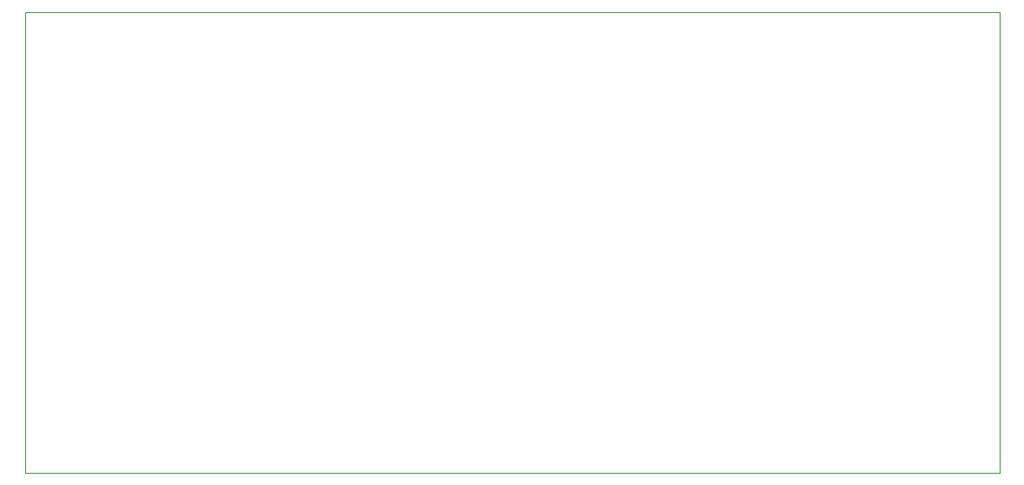
<source format=gm1>
G04 #@! TF.GenerationSoftware,KiCad,Pcbnew,7.0.7*
G04 #@! TF.CreationDate,2023-12-18T21:05:11-05:00*
G04 #@! TF.ProjectId,motor_board_pcb,6d6f746f-725f-4626-9f61-72645f706362,rev?*
G04 #@! TF.SameCoordinates,Original*
G04 #@! TF.FileFunction,Profile,NP*
%FSLAX46Y46*%
G04 Gerber Fmt 4.6, Leading zero omitted, Abs format (unit mm)*
G04 Created by KiCad (PCBNEW 7.0.7) date 2023-12-18 21:05:11*
%MOMM*%
%LPD*%
G01*
G04 APERTURE LIST*
G04 #@! TA.AperFunction,Profile*
%ADD10C,0.100000*%
G04 #@! TD*
G04 APERTURE END LIST*
D10*
X92300000Y-57900000D02*
X187300000Y-57900000D01*
X187300000Y-102900000D01*
X92300000Y-102900000D01*
X92300000Y-57900000D01*
M02*

</source>
